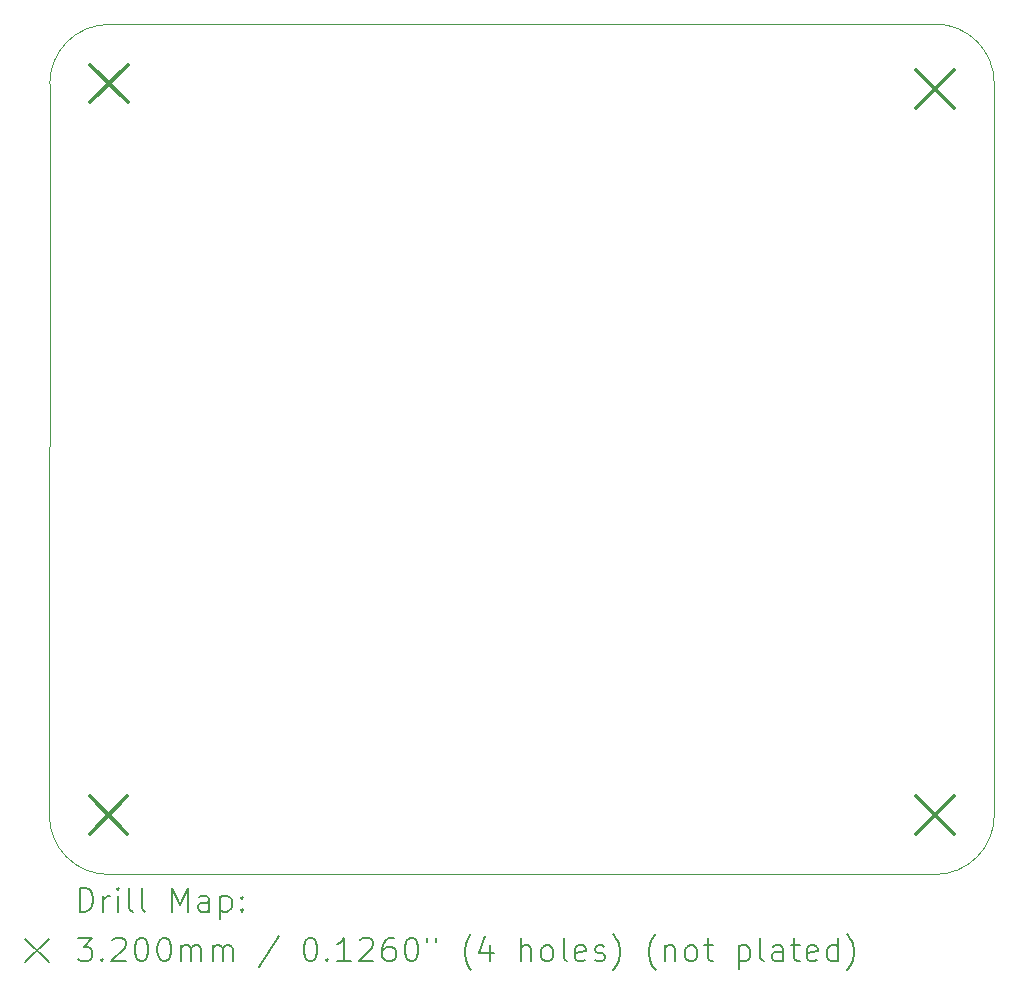
<source format=gbr>
%TF.GenerationSoftware,KiCad,Pcbnew,8.0.5*%
%TF.CreationDate,2025-01-31T12:13:57-06:00*%
%TF.ProjectId,DRAG_SUBSCALE_WIRING,44524147-5f53-4554-9253-43414c455f57,rev?*%
%TF.SameCoordinates,Original*%
%TF.FileFunction,Drillmap*%
%TF.FilePolarity,Positive*%
%FSLAX45Y45*%
G04 Gerber Fmt 4.5, Leading zero omitted, Abs format (unit mm)*
G04 Created by KiCad (PCBNEW 8.0.5) date 2025-01-31 12:13:57*
%MOMM*%
%LPD*%
G01*
G04 APERTURE LIST*
%ADD10C,0.050000*%
%ADD11C,0.200000*%
%ADD12C,0.320000*%
G04 APERTURE END LIST*
D10*
X13700000Y-13050000D02*
X13703553Y-6853553D01*
X21700000Y-13050000D02*
G75*
G02*
X21200000Y-13550000I-500000J0D01*
G01*
X21200000Y-13550000D02*
X14200000Y-13550000D01*
X14200000Y-13550000D02*
G75*
G02*
X13700000Y-13050000I0J500000D01*
G01*
X14203553Y-6353553D02*
X21200000Y-6350000D01*
X21700000Y-6850000D02*
X21700000Y-13050000D01*
X13703553Y-6853553D02*
G75*
G02*
X14203553Y-6353553I499997J3D01*
G01*
X21200000Y-6350000D02*
G75*
G02*
X21700000Y-6850000I0J-500000D01*
G01*
D11*
D12*
X14040000Y-12890000D02*
X14360000Y-13210000D01*
X14360000Y-12890000D02*
X14040000Y-13210000D01*
X14043553Y-6693553D02*
X14363553Y-7013553D01*
X14363553Y-6693553D02*
X14043553Y-7013553D01*
X21040000Y-6740000D02*
X21360000Y-7060000D01*
X21360000Y-6740000D02*
X21040000Y-7060000D01*
X21040000Y-12890000D02*
X21360000Y-13210000D01*
X21360000Y-12890000D02*
X21040000Y-13210000D01*
D11*
X13958277Y-13863984D02*
X13958277Y-13663984D01*
X13958277Y-13663984D02*
X14005896Y-13663984D01*
X14005896Y-13663984D02*
X14034467Y-13673508D01*
X14034467Y-13673508D02*
X14053515Y-13692555D01*
X14053515Y-13692555D02*
X14063039Y-13711603D01*
X14063039Y-13711603D02*
X14072562Y-13749698D01*
X14072562Y-13749698D02*
X14072562Y-13778269D01*
X14072562Y-13778269D02*
X14063039Y-13816365D01*
X14063039Y-13816365D02*
X14053515Y-13835412D01*
X14053515Y-13835412D02*
X14034467Y-13854460D01*
X14034467Y-13854460D02*
X14005896Y-13863984D01*
X14005896Y-13863984D02*
X13958277Y-13863984D01*
X14158277Y-13863984D02*
X14158277Y-13730650D01*
X14158277Y-13768746D02*
X14167801Y-13749698D01*
X14167801Y-13749698D02*
X14177324Y-13740174D01*
X14177324Y-13740174D02*
X14196372Y-13730650D01*
X14196372Y-13730650D02*
X14215420Y-13730650D01*
X14282086Y-13863984D02*
X14282086Y-13730650D01*
X14282086Y-13663984D02*
X14272562Y-13673508D01*
X14272562Y-13673508D02*
X14282086Y-13683031D01*
X14282086Y-13683031D02*
X14291610Y-13673508D01*
X14291610Y-13673508D02*
X14282086Y-13663984D01*
X14282086Y-13663984D02*
X14282086Y-13683031D01*
X14405896Y-13863984D02*
X14386848Y-13854460D01*
X14386848Y-13854460D02*
X14377324Y-13835412D01*
X14377324Y-13835412D02*
X14377324Y-13663984D01*
X14510658Y-13863984D02*
X14491610Y-13854460D01*
X14491610Y-13854460D02*
X14482086Y-13835412D01*
X14482086Y-13835412D02*
X14482086Y-13663984D01*
X14739229Y-13863984D02*
X14739229Y-13663984D01*
X14739229Y-13663984D02*
X14805896Y-13806841D01*
X14805896Y-13806841D02*
X14872562Y-13663984D01*
X14872562Y-13663984D02*
X14872562Y-13863984D01*
X15053515Y-13863984D02*
X15053515Y-13759222D01*
X15053515Y-13759222D02*
X15043991Y-13740174D01*
X15043991Y-13740174D02*
X15024943Y-13730650D01*
X15024943Y-13730650D02*
X14986848Y-13730650D01*
X14986848Y-13730650D02*
X14967801Y-13740174D01*
X15053515Y-13854460D02*
X15034467Y-13863984D01*
X15034467Y-13863984D02*
X14986848Y-13863984D01*
X14986848Y-13863984D02*
X14967801Y-13854460D01*
X14967801Y-13854460D02*
X14958277Y-13835412D01*
X14958277Y-13835412D02*
X14958277Y-13816365D01*
X14958277Y-13816365D02*
X14967801Y-13797317D01*
X14967801Y-13797317D02*
X14986848Y-13787793D01*
X14986848Y-13787793D02*
X15034467Y-13787793D01*
X15034467Y-13787793D02*
X15053515Y-13778269D01*
X15148753Y-13730650D02*
X15148753Y-13930650D01*
X15148753Y-13740174D02*
X15167801Y-13730650D01*
X15167801Y-13730650D02*
X15205896Y-13730650D01*
X15205896Y-13730650D02*
X15224943Y-13740174D01*
X15224943Y-13740174D02*
X15234467Y-13749698D01*
X15234467Y-13749698D02*
X15243991Y-13768746D01*
X15243991Y-13768746D02*
X15243991Y-13825888D01*
X15243991Y-13825888D02*
X15234467Y-13844936D01*
X15234467Y-13844936D02*
X15224943Y-13854460D01*
X15224943Y-13854460D02*
X15205896Y-13863984D01*
X15205896Y-13863984D02*
X15167801Y-13863984D01*
X15167801Y-13863984D02*
X15148753Y-13854460D01*
X15329705Y-13844936D02*
X15339229Y-13854460D01*
X15339229Y-13854460D02*
X15329705Y-13863984D01*
X15329705Y-13863984D02*
X15320182Y-13854460D01*
X15320182Y-13854460D02*
X15329705Y-13844936D01*
X15329705Y-13844936D02*
X15329705Y-13863984D01*
X15329705Y-13740174D02*
X15339229Y-13749698D01*
X15339229Y-13749698D02*
X15329705Y-13759222D01*
X15329705Y-13759222D02*
X15320182Y-13749698D01*
X15320182Y-13749698D02*
X15329705Y-13740174D01*
X15329705Y-13740174D02*
X15329705Y-13759222D01*
X13497500Y-14092500D02*
X13697500Y-14292500D01*
X13697500Y-14092500D02*
X13497500Y-14292500D01*
X13939229Y-14083984D02*
X14063039Y-14083984D01*
X14063039Y-14083984D02*
X13996372Y-14160174D01*
X13996372Y-14160174D02*
X14024943Y-14160174D01*
X14024943Y-14160174D02*
X14043991Y-14169698D01*
X14043991Y-14169698D02*
X14053515Y-14179222D01*
X14053515Y-14179222D02*
X14063039Y-14198269D01*
X14063039Y-14198269D02*
X14063039Y-14245888D01*
X14063039Y-14245888D02*
X14053515Y-14264936D01*
X14053515Y-14264936D02*
X14043991Y-14274460D01*
X14043991Y-14274460D02*
X14024943Y-14283984D01*
X14024943Y-14283984D02*
X13967801Y-14283984D01*
X13967801Y-14283984D02*
X13948753Y-14274460D01*
X13948753Y-14274460D02*
X13939229Y-14264936D01*
X14148753Y-14264936D02*
X14158277Y-14274460D01*
X14158277Y-14274460D02*
X14148753Y-14283984D01*
X14148753Y-14283984D02*
X14139229Y-14274460D01*
X14139229Y-14274460D02*
X14148753Y-14264936D01*
X14148753Y-14264936D02*
X14148753Y-14283984D01*
X14234467Y-14103031D02*
X14243991Y-14093508D01*
X14243991Y-14093508D02*
X14263039Y-14083984D01*
X14263039Y-14083984D02*
X14310658Y-14083984D01*
X14310658Y-14083984D02*
X14329705Y-14093508D01*
X14329705Y-14093508D02*
X14339229Y-14103031D01*
X14339229Y-14103031D02*
X14348753Y-14122079D01*
X14348753Y-14122079D02*
X14348753Y-14141127D01*
X14348753Y-14141127D02*
X14339229Y-14169698D01*
X14339229Y-14169698D02*
X14224943Y-14283984D01*
X14224943Y-14283984D02*
X14348753Y-14283984D01*
X14472562Y-14083984D02*
X14491610Y-14083984D01*
X14491610Y-14083984D02*
X14510658Y-14093508D01*
X14510658Y-14093508D02*
X14520182Y-14103031D01*
X14520182Y-14103031D02*
X14529705Y-14122079D01*
X14529705Y-14122079D02*
X14539229Y-14160174D01*
X14539229Y-14160174D02*
X14539229Y-14207793D01*
X14539229Y-14207793D02*
X14529705Y-14245888D01*
X14529705Y-14245888D02*
X14520182Y-14264936D01*
X14520182Y-14264936D02*
X14510658Y-14274460D01*
X14510658Y-14274460D02*
X14491610Y-14283984D01*
X14491610Y-14283984D02*
X14472562Y-14283984D01*
X14472562Y-14283984D02*
X14453515Y-14274460D01*
X14453515Y-14274460D02*
X14443991Y-14264936D01*
X14443991Y-14264936D02*
X14434467Y-14245888D01*
X14434467Y-14245888D02*
X14424943Y-14207793D01*
X14424943Y-14207793D02*
X14424943Y-14160174D01*
X14424943Y-14160174D02*
X14434467Y-14122079D01*
X14434467Y-14122079D02*
X14443991Y-14103031D01*
X14443991Y-14103031D02*
X14453515Y-14093508D01*
X14453515Y-14093508D02*
X14472562Y-14083984D01*
X14663039Y-14083984D02*
X14682086Y-14083984D01*
X14682086Y-14083984D02*
X14701134Y-14093508D01*
X14701134Y-14093508D02*
X14710658Y-14103031D01*
X14710658Y-14103031D02*
X14720182Y-14122079D01*
X14720182Y-14122079D02*
X14729705Y-14160174D01*
X14729705Y-14160174D02*
X14729705Y-14207793D01*
X14729705Y-14207793D02*
X14720182Y-14245888D01*
X14720182Y-14245888D02*
X14710658Y-14264936D01*
X14710658Y-14264936D02*
X14701134Y-14274460D01*
X14701134Y-14274460D02*
X14682086Y-14283984D01*
X14682086Y-14283984D02*
X14663039Y-14283984D01*
X14663039Y-14283984D02*
X14643991Y-14274460D01*
X14643991Y-14274460D02*
X14634467Y-14264936D01*
X14634467Y-14264936D02*
X14624943Y-14245888D01*
X14624943Y-14245888D02*
X14615420Y-14207793D01*
X14615420Y-14207793D02*
X14615420Y-14160174D01*
X14615420Y-14160174D02*
X14624943Y-14122079D01*
X14624943Y-14122079D02*
X14634467Y-14103031D01*
X14634467Y-14103031D02*
X14643991Y-14093508D01*
X14643991Y-14093508D02*
X14663039Y-14083984D01*
X14815420Y-14283984D02*
X14815420Y-14150650D01*
X14815420Y-14169698D02*
X14824943Y-14160174D01*
X14824943Y-14160174D02*
X14843991Y-14150650D01*
X14843991Y-14150650D02*
X14872563Y-14150650D01*
X14872563Y-14150650D02*
X14891610Y-14160174D01*
X14891610Y-14160174D02*
X14901134Y-14179222D01*
X14901134Y-14179222D02*
X14901134Y-14283984D01*
X14901134Y-14179222D02*
X14910658Y-14160174D01*
X14910658Y-14160174D02*
X14929705Y-14150650D01*
X14929705Y-14150650D02*
X14958277Y-14150650D01*
X14958277Y-14150650D02*
X14977324Y-14160174D01*
X14977324Y-14160174D02*
X14986848Y-14179222D01*
X14986848Y-14179222D02*
X14986848Y-14283984D01*
X15082086Y-14283984D02*
X15082086Y-14150650D01*
X15082086Y-14169698D02*
X15091610Y-14160174D01*
X15091610Y-14160174D02*
X15110658Y-14150650D01*
X15110658Y-14150650D02*
X15139229Y-14150650D01*
X15139229Y-14150650D02*
X15158277Y-14160174D01*
X15158277Y-14160174D02*
X15167801Y-14179222D01*
X15167801Y-14179222D02*
X15167801Y-14283984D01*
X15167801Y-14179222D02*
X15177324Y-14160174D01*
X15177324Y-14160174D02*
X15196372Y-14150650D01*
X15196372Y-14150650D02*
X15224943Y-14150650D01*
X15224943Y-14150650D02*
X15243991Y-14160174D01*
X15243991Y-14160174D02*
X15253515Y-14179222D01*
X15253515Y-14179222D02*
X15253515Y-14283984D01*
X15643991Y-14074460D02*
X15472563Y-14331603D01*
X15901134Y-14083984D02*
X15920182Y-14083984D01*
X15920182Y-14083984D02*
X15939229Y-14093508D01*
X15939229Y-14093508D02*
X15948753Y-14103031D01*
X15948753Y-14103031D02*
X15958277Y-14122079D01*
X15958277Y-14122079D02*
X15967801Y-14160174D01*
X15967801Y-14160174D02*
X15967801Y-14207793D01*
X15967801Y-14207793D02*
X15958277Y-14245888D01*
X15958277Y-14245888D02*
X15948753Y-14264936D01*
X15948753Y-14264936D02*
X15939229Y-14274460D01*
X15939229Y-14274460D02*
X15920182Y-14283984D01*
X15920182Y-14283984D02*
X15901134Y-14283984D01*
X15901134Y-14283984D02*
X15882086Y-14274460D01*
X15882086Y-14274460D02*
X15872563Y-14264936D01*
X15872563Y-14264936D02*
X15863039Y-14245888D01*
X15863039Y-14245888D02*
X15853515Y-14207793D01*
X15853515Y-14207793D02*
X15853515Y-14160174D01*
X15853515Y-14160174D02*
X15863039Y-14122079D01*
X15863039Y-14122079D02*
X15872563Y-14103031D01*
X15872563Y-14103031D02*
X15882086Y-14093508D01*
X15882086Y-14093508D02*
X15901134Y-14083984D01*
X16053515Y-14264936D02*
X16063039Y-14274460D01*
X16063039Y-14274460D02*
X16053515Y-14283984D01*
X16053515Y-14283984D02*
X16043991Y-14274460D01*
X16043991Y-14274460D02*
X16053515Y-14264936D01*
X16053515Y-14264936D02*
X16053515Y-14283984D01*
X16253515Y-14283984D02*
X16139229Y-14283984D01*
X16196372Y-14283984D02*
X16196372Y-14083984D01*
X16196372Y-14083984D02*
X16177325Y-14112555D01*
X16177325Y-14112555D02*
X16158277Y-14131603D01*
X16158277Y-14131603D02*
X16139229Y-14141127D01*
X16329706Y-14103031D02*
X16339229Y-14093508D01*
X16339229Y-14093508D02*
X16358277Y-14083984D01*
X16358277Y-14083984D02*
X16405896Y-14083984D01*
X16405896Y-14083984D02*
X16424944Y-14093508D01*
X16424944Y-14093508D02*
X16434467Y-14103031D01*
X16434467Y-14103031D02*
X16443991Y-14122079D01*
X16443991Y-14122079D02*
X16443991Y-14141127D01*
X16443991Y-14141127D02*
X16434467Y-14169698D01*
X16434467Y-14169698D02*
X16320182Y-14283984D01*
X16320182Y-14283984D02*
X16443991Y-14283984D01*
X16615420Y-14083984D02*
X16577325Y-14083984D01*
X16577325Y-14083984D02*
X16558277Y-14093508D01*
X16558277Y-14093508D02*
X16548753Y-14103031D01*
X16548753Y-14103031D02*
X16529706Y-14131603D01*
X16529706Y-14131603D02*
X16520182Y-14169698D01*
X16520182Y-14169698D02*
X16520182Y-14245888D01*
X16520182Y-14245888D02*
X16529706Y-14264936D01*
X16529706Y-14264936D02*
X16539229Y-14274460D01*
X16539229Y-14274460D02*
X16558277Y-14283984D01*
X16558277Y-14283984D02*
X16596372Y-14283984D01*
X16596372Y-14283984D02*
X16615420Y-14274460D01*
X16615420Y-14274460D02*
X16624944Y-14264936D01*
X16624944Y-14264936D02*
X16634467Y-14245888D01*
X16634467Y-14245888D02*
X16634467Y-14198269D01*
X16634467Y-14198269D02*
X16624944Y-14179222D01*
X16624944Y-14179222D02*
X16615420Y-14169698D01*
X16615420Y-14169698D02*
X16596372Y-14160174D01*
X16596372Y-14160174D02*
X16558277Y-14160174D01*
X16558277Y-14160174D02*
X16539229Y-14169698D01*
X16539229Y-14169698D02*
X16529706Y-14179222D01*
X16529706Y-14179222D02*
X16520182Y-14198269D01*
X16758277Y-14083984D02*
X16777325Y-14083984D01*
X16777325Y-14083984D02*
X16796372Y-14093508D01*
X16796372Y-14093508D02*
X16805896Y-14103031D01*
X16805896Y-14103031D02*
X16815420Y-14122079D01*
X16815420Y-14122079D02*
X16824944Y-14160174D01*
X16824944Y-14160174D02*
X16824944Y-14207793D01*
X16824944Y-14207793D02*
X16815420Y-14245888D01*
X16815420Y-14245888D02*
X16805896Y-14264936D01*
X16805896Y-14264936D02*
X16796372Y-14274460D01*
X16796372Y-14274460D02*
X16777325Y-14283984D01*
X16777325Y-14283984D02*
X16758277Y-14283984D01*
X16758277Y-14283984D02*
X16739229Y-14274460D01*
X16739229Y-14274460D02*
X16729706Y-14264936D01*
X16729706Y-14264936D02*
X16720182Y-14245888D01*
X16720182Y-14245888D02*
X16710658Y-14207793D01*
X16710658Y-14207793D02*
X16710658Y-14160174D01*
X16710658Y-14160174D02*
X16720182Y-14122079D01*
X16720182Y-14122079D02*
X16729706Y-14103031D01*
X16729706Y-14103031D02*
X16739229Y-14093508D01*
X16739229Y-14093508D02*
X16758277Y-14083984D01*
X16901134Y-14083984D02*
X16901134Y-14122079D01*
X16977325Y-14083984D02*
X16977325Y-14122079D01*
X17272563Y-14360174D02*
X17263039Y-14350650D01*
X17263039Y-14350650D02*
X17243991Y-14322079D01*
X17243991Y-14322079D02*
X17234468Y-14303031D01*
X17234468Y-14303031D02*
X17224944Y-14274460D01*
X17224944Y-14274460D02*
X17215420Y-14226841D01*
X17215420Y-14226841D02*
X17215420Y-14188746D01*
X17215420Y-14188746D02*
X17224944Y-14141127D01*
X17224944Y-14141127D02*
X17234468Y-14112555D01*
X17234468Y-14112555D02*
X17243991Y-14093508D01*
X17243991Y-14093508D02*
X17263039Y-14064936D01*
X17263039Y-14064936D02*
X17272563Y-14055412D01*
X17434468Y-14150650D02*
X17434468Y-14283984D01*
X17386849Y-14074460D02*
X17339230Y-14217317D01*
X17339230Y-14217317D02*
X17463039Y-14217317D01*
X17691611Y-14283984D02*
X17691611Y-14083984D01*
X17777325Y-14283984D02*
X17777325Y-14179222D01*
X17777325Y-14179222D02*
X17767801Y-14160174D01*
X17767801Y-14160174D02*
X17748753Y-14150650D01*
X17748753Y-14150650D02*
X17720182Y-14150650D01*
X17720182Y-14150650D02*
X17701134Y-14160174D01*
X17701134Y-14160174D02*
X17691611Y-14169698D01*
X17901134Y-14283984D02*
X17882087Y-14274460D01*
X17882087Y-14274460D02*
X17872563Y-14264936D01*
X17872563Y-14264936D02*
X17863039Y-14245888D01*
X17863039Y-14245888D02*
X17863039Y-14188746D01*
X17863039Y-14188746D02*
X17872563Y-14169698D01*
X17872563Y-14169698D02*
X17882087Y-14160174D01*
X17882087Y-14160174D02*
X17901134Y-14150650D01*
X17901134Y-14150650D02*
X17929706Y-14150650D01*
X17929706Y-14150650D02*
X17948753Y-14160174D01*
X17948753Y-14160174D02*
X17958277Y-14169698D01*
X17958277Y-14169698D02*
X17967801Y-14188746D01*
X17967801Y-14188746D02*
X17967801Y-14245888D01*
X17967801Y-14245888D02*
X17958277Y-14264936D01*
X17958277Y-14264936D02*
X17948753Y-14274460D01*
X17948753Y-14274460D02*
X17929706Y-14283984D01*
X17929706Y-14283984D02*
X17901134Y-14283984D01*
X18082087Y-14283984D02*
X18063039Y-14274460D01*
X18063039Y-14274460D02*
X18053515Y-14255412D01*
X18053515Y-14255412D02*
X18053515Y-14083984D01*
X18234468Y-14274460D02*
X18215420Y-14283984D01*
X18215420Y-14283984D02*
X18177325Y-14283984D01*
X18177325Y-14283984D02*
X18158277Y-14274460D01*
X18158277Y-14274460D02*
X18148753Y-14255412D01*
X18148753Y-14255412D02*
X18148753Y-14179222D01*
X18148753Y-14179222D02*
X18158277Y-14160174D01*
X18158277Y-14160174D02*
X18177325Y-14150650D01*
X18177325Y-14150650D02*
X18215420Y-14150650D01*
X18215420Y-14150650D02*
X18234468Y-14160174D01*
X18234468Y-14160174D02*
X18243992Y-14179222D01*
X18243992Y-14179222D02*
X18243992Y-14198269D01*
X18243992Y-14198269D02*
X18148753Y-14217317D01*
X18320182Y-14274460D02*
X18339230Y-14283984D01*
X18339230Y-14283984D02*
X18377325Y-14283984D01*
X18377325Y-14283984D02*
X18396373Y-14274460D01*
X18396373Y-14274460D02*
X18405896Y-14255412D01*
X18405896Y-14255412D02*
X18405896Y-14245888D01*
X18405896Y-14245888D02*
X18396373Y-14226841D01*
X18396373Y-14226841D02*
X18377325Y-14217317D01*
X18377325Y-14217317D02*
X18348753Y-14217317D01*
X18348753Y-14217317D02*
X18329706Y-14207793D01*
X18329706Y-14207793D02*
X18320182Y-14188746D01*
X18320182Y-14188746D02*
X18320182Y-14179222D01*
X18320182Y-14179222D02*
X18329706Y-14160174D01*
X18329706Y-14160174D02*
X18348753Y-14150650D01*
X18348753Y-14150650D02*
X18377325Y-14150650D01*
X18377325Y-14150650D02*
X18396373Y-14160174D01*
X18472563Y-14360174D02*
X18482087Y-14350650D01*
X18482087Y-14350650D02*
X18501134Y-14322079D01*
X18501134Y-14322079D02*
X18510658Y-14303031D01*
X18510658Y-14303031D02*
X18520182Y-14274460D01*
X18520182Y-14274460D02*
X18529706Y-14226841D01*
X18529706Y-14226841D02*
X18529706Y-14188746D01*
X18529706Y-14188746D02*
X18520182Y-14141127D01*
X18520182Y-14141127D02*
X18510658Y-14112555D01*
X18510658Y-14112555D02*
X18501134Y-14093508D01*
X18501134Y-14093508D02*
X18482087Y-14064936D01*
X18482087Y-14064936D02*
X18472563Y-14055412D01*
X18834468Y-14360174D02*
X18824944Y-14350650D01*
X18824944Y-14350650D02*
X18805896Y-14322079D01*
X18805896Y-14322079D02*
X18796373Y-14303031D01*
X18796373Y-14303031D02*
X18786849Y-14274460D01*
X18786849Y-14274460D02*
X18777325Y-14226841D01*
X18777325Y-14226841D02*
X18777325Y-14188746D01*
X18777325Y-14188746D02*
X18786849Y-14141127D01*
X18786849Y-14141127D02*
X18796373Y-14112555D01*
X18796373Y-14112555D02*
X18805896Y-14093508D01*
X18805896Y-14093508D02*
X18824944Y-14064936D01*
X18824944Y-14064936D02*
X18834468Y-14055412D01*
X18910658Y-14150650D02*
X18910658Y-14283984D01*
X18910658Y-14169698D02*
X18920182Y-14160174D01*
X18920182Y-14160174D02*
X18939230Y-14150650D01*
X18939230Y-14150650D02*
X18967801Y-14150650D01*
X18967801Y-14150650D02*
X18986849Y-14160174D01*
X18986849Y-14160174D02*
X18996373Y-14179222D01*
X18996373Y-14179222D02*
X18996373Y-14283984D01*
X19120182Y-14283984D02*
X19101134Y-14274460D01*
X19101134Y-14274460D02*
X19091611Y-14264936D01*
X19091611Y-14264936D02*
X19082087Y-14245888D01*
X19082087Y-14245888D02*
X19082087Y-14188746D01*
X19082087Y-14188746D02*
X19091611Y-14169698D01*
X19091611Y-14169698D02*
X19101134Y-14160174D01*
X19101134Y-14160174D02*
X19120182Y-14150650D01*
X19120182Y-14150650D02*
X19148754Y-14150650D01*
X19148754Y-14150650D02*
X19167801Y-14160174D01*
X19167801Y-14160174D02*
X19177325Y-14169698D01*
X19177325Y-14169698D02*
X19186849Y-14188746D01*
X19186849Y-14188746D02*
X19186849Y-14245888D01*
X19186849Y-14245888D02*
X19177325Y-14264936D01*
X19177325Y-14264936D02*
X19167801Y-14274460D01*
X19167801Y-14274460D02*
X19148754Y-14283984D01*
X19148754Y-14283984D02*
X19120182Y-14283984D01*
X19243992Y-14150650D02*
X19320182Y-14150650D01*
X19272563Y-14083984D02*
X19272563Y-14255412D01*
X19272563Y-14255412D02*
X19282087Y-14274460D01*
X19282087Y-14274460D02*
X19301134Y-14283984D01*
X19301134Y-14283984D02*
X19320182Y-14283984D01*
X19539230Y-14150650D02*
X19539230Y-14350650D01*
X19539230Y-14160174D02*
X19558277Y-14150650D01*
X19558277Y-14150650D02*
X19596373Y-14150650D01*
X19596373Y-14150650D02*
X19615420Y-14160174D01*
X19615420Y-14160174D02*
X19624944Y-14169698D01*
X19624944Y-14169698D02*
X19634468Y-14188746D01*
X19634468Y-14188746D02*
X19634468Y-14245888D01*
X19634468Y-14245888D02*
X19624944Y-14264936D01*
X19624944Y-14264936D02*
X19615420Y-14274460D01*
X19615420Y-14274460D02*
X19596373Y-14283984D01*
X19596373Y-14283984D02*
X19558277Y-14283984D01*
X19558277Y-14283984D02*
X19539230Y-14274460D01*
X19748754Y-14283984D02*
X19729706Y-14274460D01*
X19729706Y-14274460D02*
X19720182Y-14255412D01*
X19720182Y-14255412D02*
X19720182Y-14083984D01*
X19910658Y-14283984D02*
X19910658Y-14179222D01*
X19910658Y-14179222D02*
X19901135Y-14160174D01*
X19901135Y-14160174D02*
X19882087Y-14150650D01*
X19882087Y-14150650D02*
X19843992Y-14150650D01*
X19843992Y-14150650D02*
X19824944Y-14160174D01*
X19910658Y-14274460D02*
X19891611Y-14283984D01*
X19891611Y-14283984D02*
X19843992Y-14283984D01*
X19843992Y-14283984D02*
X19824944Y-14274460D01*
X19824944Y-14274460D02*
X19815420Y-14255412D01*
X19815420Y-14255412D02*
X19815420Y-14236365D01*
X19815420Y-14236365D02*
X19824944Y-14217317D01*
X19824944Y-14217317D02*
X19843992Y-14207793D01*
X19843992Y-14207793D02*
X19891611Y-14207793D01*
X19891611Y-14207793D02*
X19910658Y-14198269D01*
X19977325Y-14150650D02*
X20053515Y-14150650D01*
X20005896Y-14083984D02*
X20005896Y-14255412D01*
X20005896Y-14255412D02*
X20015420Y-14274460D01*
X20015420Y-14274460D02*
X20034468Y-14283984D01*
X20034468Y-14283984D02*
X20053515Y-14283984D01*
X20196373Y-14274460D02*
X20177325Y-14283984D01*
X20177325Y-14283984D02*
X20139230Y-14283984D01*
X20139230Y-14283984D02*
X20120182Y-14274460D01*
X20120182Y-14274460D02*
X20110658Y-14255412D01*
X20110658Y-14255412D02*
X20110658Y-14179222D01*
X20110658Y-14179222D02*
X20120182Y-14160174D01*
X20120182Y-14160174D02*
X20139230Y-14150650D01*
X20139230Y-14150650D02*
X20177325Y-14150650D01*
X20177325Y-14150650D02*
X20196373Y-14160174D01*
X20196373Y-14160174D02*
X20205896Y-14179222D01*
X20205896Y-14179222D02*
X20205896Y-14198269D01*
X20205896Y-14198269D02*
X20110658Y-14217317D01*
X20377325Y-14283984D02*
X20377325Y-14083984D01*
X20377325Y-14274460D02*
X20358277Y-14283984D01*
X20358277Y-14283984D02*
X20320182Y-14283984D01*
X20320182Y-14283984D02*
X20301135Y-14274460D01*
X20301135Y-14274460D02*
X20291611Y-14264936D01*
X20291611Y-14264936D02*
X20282087Y-14245888D01*
X20282087Y-14245888D02*
X20282087Y-14188746D01*
X20282087Y-14188746D02*
X20291611Y-14169698D01*
X20291611Y-14169698D02*
X20301135Y-14160174D01*
X20301135Y-14160174D02*
X20320182Y-14150650D01*
X20320182Y-14150650D02*
X20358277Y-14150650D01*
X20358277Y-14150650D02*
X20377325Y-14160174D01*
X20453516Y-14360174D02*
X20463039Y-14350650D01*
X20463039Y-14350650D02*
X20482087Y-14322079D01*
X20482087Y-14322079D02*
X20491611Y-14303031D01*
X20491611Y-14303031D02*
X20501135Y-14274460D01*
X20501135Y-14274460D02*
X20510658Y-14226841D01*
X20510658Y-14226841D02*
X20510658Y-14188746D01*
X20510658Y-14188746D02*
X20501135Y-14141127D01*
X20501135Y-14141127D02*
X20491611Y-14112555D01*
X20491611Y-14112555D02*
X20482087Y-14093508D01*
X20482087Y-14093508D02*
X20463039Y-14064936D01*
X20463039Y-14064936D02*
X20453516Y-14055412D01*
M02*

</source>
